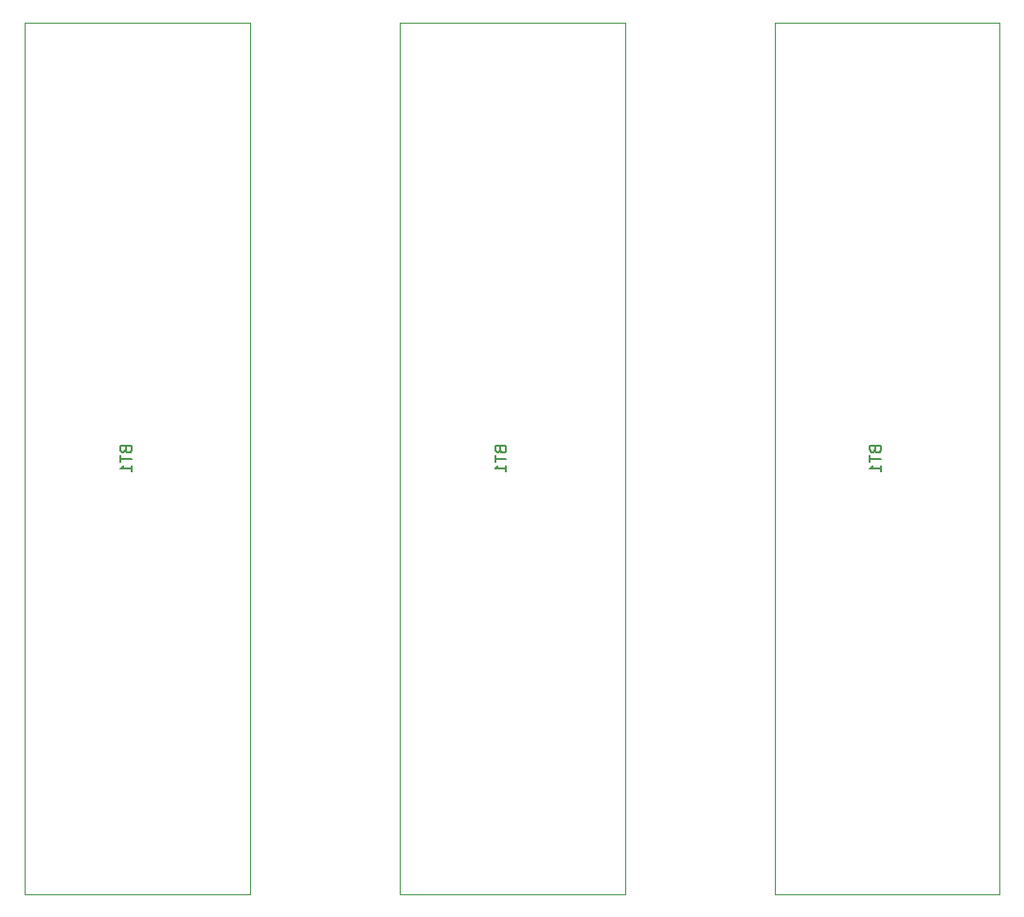
<source format=gbr>
G04 #@! TF.GenerationSoftware,KiCad,Pcbnew,5.1.6-c6e7f7d~87~ubuntu20.04.1*
G04 #@! TF.CreationDate,2020-11-03T14:00:41+02:00*
G04 #@! TF.ProjectId,temp_monitor,74656d70-5f6d-46f6-9e69-746f722e6b69,rev?*
G04 #@! TF.SameCoordinates,Original*
G04 #@! TF.FileFunction,Legend,Bot*
G04 #@! TF.FilePolarity,Positive*
%FSLAX46Y46*%
G04 Gerber Fmt 4.6, Leading zero omitted, Abs format (unit mm)*
G04 Created by KiCad (PCBNEW 5.1.6-c6e7f7d~87~ubuntu20.04.1) date 2020-11-03 14:00:41*
%MOMM*%
%LPD*%
G01*
G04 APERTURE LIST*
%ADD10C,0.120000*%
%ADD11C,0.150000*%
G04 APERTURE END LIST*
D10*
X116420000Y-100536000D02*
X116420000Y-22536000D01*
X116420000Y-22536000D02*
X96320000Y-22536000D01*
X96320000Y-22536000D02*
X96320000Y-100536000D01*
X96320000Y-100536000D02*
X116420000Y-100536000D01*
X82920000Y-100536000D02*
X82920000Y-22536000D01*
X82920000Y-22536000D02*
X62820000Y-22536000D01*
X62820000Y-22536000D02*
X62820000Y-100536000D01*
X62820000Y-100536000D02*
X82920000Y-100536000D01*
X29320000Y-100536000D02*
X49420000Y-100536000D01*
X29320000Y-22536000D02*
X29320000Y-100536000D01*
X49420000Y-22536000D02*
X29320000Y-22536000D01*
X49420000Y-100536000D02*
X49420000Y-22536000D01*
D11*
X105298571Y-60750285D02*
X105346190Y-60893142D01*
X105393809Y-60940761D01*
X105489047Y-60988380D01*
X105631904Y-60988380D01*
X105727142Y-60940761D01*
X105774761Y-60893142D01*
X105822380Y-60797904D01*
X105822380Y-60416952D01*
X104822380Y-60416952D01*
X104822380Y-60750285D01*
X104870000Y-60845523D01*
X104917619Y-60893142D01*
X105012857Y-60940761D01*
X105108095Y-60940761D01*
X105203333Y-60893142D01*
X105250952Y-60845523D01*
X105298571Y-60750285D01*
X105298571Y-60416952D01*
X104822380Y-61274095D02*
X104822380Y-61845523D01*
X105822380Y-61559809D02*
X104822380Y-61559809D01*
X105822380Y-62702666D02*
X105822380Y-62131238D01*
X105822380Y-62416952D02*
X104822380Y-62416952D01*
X104965238Y-62321714D01*
X105060476Y-62226476D01*
X105108095Y-62131238D01*
X71798571Y-60750285D02*
X71846190Y-60893142D01*
X71893809Y-60940761D01*
X71989047Y-60988380D01*
X72131904Y-60988380D01*
X72227142Y-60940761D01*
X72274761Y-60893142D01*
X72322380Y-60797904D01*
X72322380Y-60416952D01*
X71322380Y-60416952D01*
X71322380Y-60750285D01*
X71370000Y-60845523D01*
X71417619Y-60893142D01*
X71512857Y-60940761D01*
X71608095Y-60940761D01*
X71703333Y-60893142D01*
X71750952Y-60845523D01*
X71798571Y-60750285D01*
X71798571Y-60416952D01*
X71322380Y-61274095D02*
X71322380Y-61845523D01*
X72322380Y-61559809D02*
X71322380Y-61559809D01*
X72322380Y-62702666D02*
X72322380Y-62131238D01*
X72322380Y-62416952D02*
X71322380Y-62416952D01*
X71465238Y-62321714D01*
X71560476Y-62226476D01*
X71608095Y-62131238D01*
X38298571Y-60750285D02*
X38346190Y-60893142D01*
X38393809Y-60940761D01*
X38489047Y-60988380D01*
X38631904Y-60988380D01*
X38727142Y-60940761D01*
X38774761Y-60893142D01*
X38822380Y-60797904D01*
X38822380Y-60416952D01*
X37822380Y-60416952D01*
X37822380Y-60750285D01*
X37870000Y-60845523D01*
X37917619Y-60893142D01*
X38012857Y-60940761D01*
X38108095Y-60940761D01*
X38203333Y-60893142D01*
X38250952Y-60845523D01*
X38298571Y-60750285D01*
X38298571Y-60416952D01*
X37822380Y-61274095D02*
X37822380Y-61845523D01*
X38822380Y-61559809D02*
X37822380Y-61559809D01*
X38822380Y-62702666D02*
X38822380Y-62131238D01*
X38822380Y-62416952D02*
X37822380Y-62416952D01*
X37965238Y-62321714D01*
X38060476Y-62226476D01*
X38108095Y-62131238D01*
M02*

</source>
